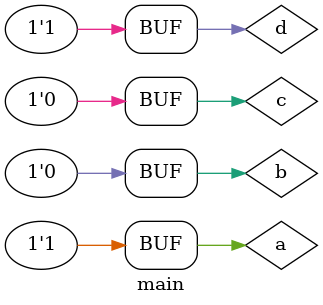
<source format=v>
module main;
	reg a;
	reg b;
	reg c;
	reg d;
	wire w,x,y,z;

	excess e(a,b,c,d,w,x,y,z);

initial begin

a=0;b=0;c=0;d=0;
#5
a=0;b=0;c=0;d=1;
#5
a=0;b=0;c=1;d=0;
#5
a=0;b=0;c=1;d=1;
#5
a=0;b=1;c=0;d=0;
#5
a=0;b=1;c=0;d=1;
#5
a=0;b=1;c=1;d=0;
#5
a=0;b=1;c=1;d=1;
#5
a=1;b=0;c=0;d=0;
#5
a=1;b=0;c=0;d=1;

end

initial begin
	$monitor("bcd = %d%d%d%d,  excess-3 = %d%d%d%d",a,b,c,d,w,x,y,z);
end
endmodule
</source>
